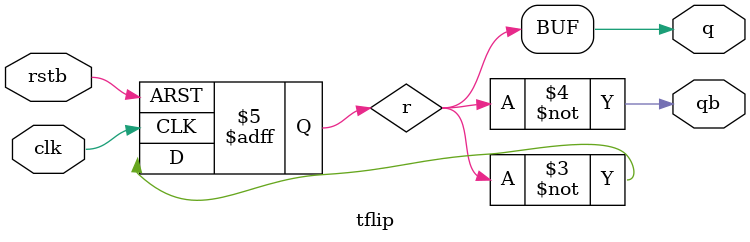
<source format=v>
module tflip
(
  output q, qb, 
  input rstb, clk 
);

reg r;
always@(negedge rstb or posedge clk) begin
  if(~rstb) r <= 1'b0;
  else r <= ~r;
end

assign q = r;
assign qb = ~r;

endmodule

</source>
